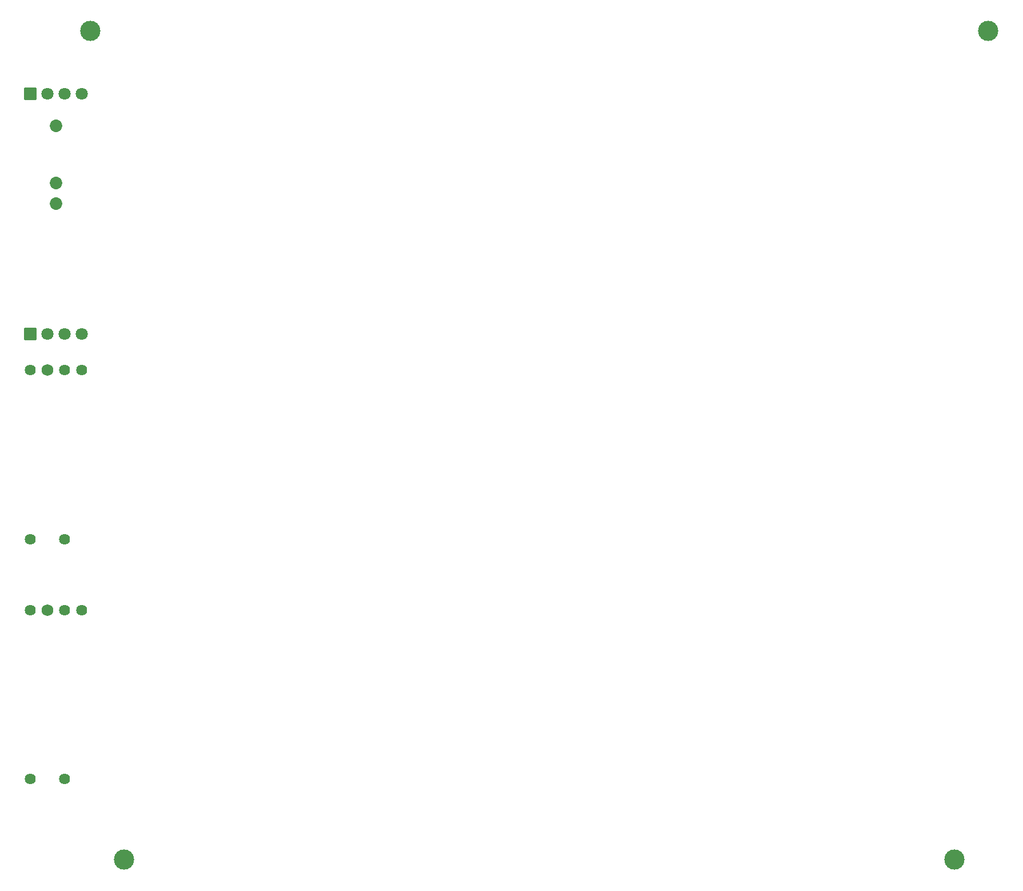
<source format=gts>
G04 Layer: TopSolderMaskLayer*
G04 Panelize: Stamp Hole, Column: 10, Row: 1, Board Size: 9.91mm x 106.68mm, Panelized Board Size: 153.06mm x 106.68mm*
G04 EasyEDA v6.5.34, 2023-08-21 18:11:39*
G04 ba324229fcc8424cbbcbecf3e9f9a0b2,5a6b42c53f6a479593ecc07194224c93,10*
G04 Gerber Generator version 0.2*
G04 Scale: 100 percent, Rotated: No, Reflected: No *
G04 Dimensions in millimeters *
G04 leading zeros omitted , absolute positions ,4 integer and 5 decimal *
%FSLAX45Y45*%
%MOMM*%

%AMMACRO1*1,1,$1,$2,$3*1,1,$1,$4,$5*1,1,$1,0-$2,0-$3*1,1,$1,0-$4,0-$5*20,1,$1,$2,$3,$4,$5,0*20,1,$1,$4,$5,0-$2,0-$3,0*20,1,$1,0-$2,0-$3,0-$4,0-$5,0*20,1,$1,0-$4,0-$5,$2,$3,0*4,1,4,$2,$3,$4,$5,0-$2,0-$3,0-$4,0-$5,$2,$3,0*%
%ADD10MACRO1,0.1016X-0.85X-0.85X0.85X-0.85*%
%ADD11C,1.8016*%
%ADD12C,1.8532*%
%ADD13C,1.6256*%
%ADD14C,1.7272*%
%ADD15C,3.0000*%

%LPD*%
D10*
G01*
X114300Y8255000D03*
D11*
G01*
X368300Y8255000D03*
G01*
X622300Y8255000D03*
G01*
X876300Y8255000D03*
D10*
G01*
X114300Y11811000D03*
D11*
G01*
X368300Y11811000D03*
G01*
X622300Y11811000D03*
G01*
X876300Y11811000D03*
D12*
G01*
X493521Y11333861D03*
G01*
X493521Y10483875D03*
G01*
X493521Y10183850D03*
D13*
G01*
X114300Y4163695D03*
D14*
G01*
X368300Y4163695D03*
D13*
G01*
X876300Y4163695D03*
G01*
X622300Y1663700D03*
G01*
X114300Y1663700D03*
G01*
X114300Y5216194D03*
G01*
X876300Y7716189D03*
G01*
X622300Y7716189D03*
D14*
G01*
X368300Y7716189D03*
D13*
G01*
X114300Y7716189D03*
G01*
X622300Y4163695D03*
G01*
X622300Y5216194D03*
D15*
G01*
X999997Y12737998D03*
G01*
X14305991Y12737998D03*
G01*
X1499997Y470001D03*
G01*
X13805992Y470001D03*
M02*

</source>
